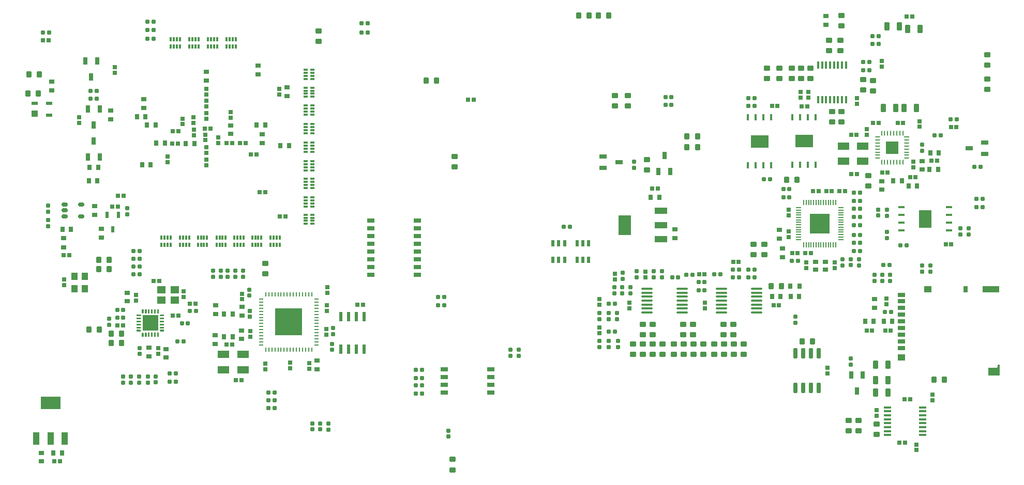
<source format=gbp>
G04*
G04 #@! TF.GenerationSoftware,Altium Limited,Altium Designer,24.10.1 (45)*
G04*
G04 Layer_Color=128*
%FSLAX44Y44*%
%MOMM*%
G71*
G04*
G04 #@! TF.SameCoordinates,ABE7D74E-C01C-4B96-B217-1A688C40366F*
G04*
G04*
G04 #@! TF.FilePolarity,Positive*
G04*
G01*
G75*
G04:AMPARAMS|DCode=40|XSize=1mm|YSize=0.9mm|CornerRadius=0.1125mm|HoleSize=0mm|Usage=FLASHONLY|Rotation=270.000|XOffset=0mm|YOffset=0mm|HoleType=Round|Shape=RoundedRectangle|*
%AMROUNDEDRECTD40*
21,1,1.0000,0.6750,0,0,270.0*
21,1,0.7750,0.9000,0,0,270.0*
1,1,0.2250,-0.3375,-0.3875*
1,1,0.2250,-0.3375,0.3875*
1,1,0.2250,0.3375,0.3875*
1,1,0.2250,0.3375,-0.3875*
%
%ADD40ROUNDEDRECTD40*%
%ADD43R,0.7500X0.9500*%
%ADD46R,0.9500X0.7500*%
%ADD47R,0.6400X0.6400*%
G04:AMPARAMS|DCode=48|XSize=0.6mm|YSize=0.6mm|CornerRadius=0.06mm|HoleSize=0mm|Usage=FLASHONLY|Rotation=270.000|XOffset=0mm|YOffset=0mm|HoleType=Round|Shape=RoundedRectangle|*
%AMROUNDEDRECTD48*
21,1,0.6000,0.4800,0,0,270.0*
21,1,0.4800,0.6000,0,0,270.0*
1,1,0.1200,-0.2400,-0.2400*
1,1,0.1200,-0.2400,0.2400*
1,1,0.1200,0.2400,0.2400*
1,1,0.1200,0.2400,-0.2400*
%
%ADD48ROUNDEDRECTD48*%
%ADD51R,0.6000X1.5500*%
%ADD59R,0.6400X0.6400*%
G04:AMPARAMS|DCode=68|XSize=0.6mm|YSize=0.6mm|CornerRadius=0.06mm|HoleSize=0mm|Usage=FLASHONLY|Rotation=180.000|XOffset=0mm|YOffset=0mm|HoleType=Round|Shape=RoundedRectangle|*
%AMROUNDEDRECTD68*
21,1,0.6000,0.4800,0,0,180.0*
21,1,0.4800,0.6000,0,0,180.0*
1,1,0.1200,-0.2400,0.2400*
1,1,0.1200,0.2400,0.2400*
1,1,0.1200,0.2400,-0.2400*
1,1,0.1200,-0.2400,-0.2400*
%
%ADD68ROUNDEDRECTD68*%
%ADD175R,1.0000X1.0000*%
%ADD176R,1.0000X0.6000*%
%ADD177R,1.2700X0.7600*%
%ADD178R,0.6500X1.2000*%
G04:AMPARAMS|DCode=179|XSize=1mm|YSize=0.9mm|CornerRadius=0.1125mm|HoleSize=0mm|Usage=FLASHONLY|Rotation=0.000|XOffset=0mm|YOffset=0mm|HoleType=Round|Shape=RoundedRectangle|*
%AMROUNDEDRECTD179*
21,1,1.0000,0.6750,0,0,0.0*
21,1,0.7750,0.9000,0,0,0.0*
1,1,0.2250,0.3875,-0.3375*
1,1,0.2250,-0.3875,-0.3375*
1,1,0.2250,-0.3875,0.3375*
1,1,0.2250,0.3875,0.3375*
%
%ADD179ROUNDEDRECTD179*%
G04:AMPARAMS|DCode=180|XSize=1.0611mm|YSize=0.3925mm|CornerRadius=0.1962mm|HoleSize=0mm|Usage=FLASHONLY|Rotation=0.000|XOffset=0mm|YOffset=0mm|HoleType=Round|Shape=RoundedRectangle|*
%AMROUNDEDRECTD180*
21,1,1.0611,0.0000,0,0,0.0*
21,1,0.6686,0.3925,0,0,0.0*
1,1,0.3925,0.3343,0.0000*
1,1,0.3925,-0.3343,0.0000*
1,1,0.3925,-0.3343,0.0000*
1,1,0.3925,0.3343,0.0000*
%
%ADD180ROUNDEDRECTD180*%
%ADD181R,1.0611X0.3925*%
%ADD183R,0.3000X0.6500*%
%ADD184R,1.1000X1.3000*%
%ADD185R,0.6500X0.3000*%
%ADD186R,1.4000X1.2000*%
%ADD187R,1.9000X1.2000*%
%ADD188R,1.2000X0.6500*%
%ADD189O,0.2500X0.7500*%
%ADD190O,0.7500X0.2500*%
%ADD191R,4.5000X4.5000*%
%ADD192R,0.6400X0.9200*%
%ADD193C,0.2520*%
%ADD194R,2.5000X2.5000*%
G04:AMPARAMS|DCode=195|XSize=0.4mm|YSize=1.2mm|CornerRadius=0.05mm|HoleSize=0mm|Usage=FLASHONLY|Rotation=90.000|XOffset=0mm|YOffset=0mm|HoleType=Round|Shape=RoundedRectangle|*
%AMROUNDEDRECTD195*
21,1,0.4000,1.1000,0,0,90.0*
21,1,0.3000,1.2000,0,0,90.0*
1,1,0.1000,0.5500,0.1500*
1,1,0.1000,0.5500,-0.1500*
1,1,0.1000,-0.5500,-0.1500*
1,1,0.1000,-0.5500,0.1500*
%
%ADD195ROUNDEDRECTD195*%
G04:AMPARAMS|DCode=196|XSize=1.3mm|YSize=0.8mm|CornerRadius=0.1mm|HoleSize=0mm|Usage=FLASHONLY|Rotation=90.000|XOffset=0mm|YOffset=0mm|HoleType=Round|Shape=RoundedRectangle|*
%AMROUNDEDRECTD196*
21,1,1.3000,0.6000,0,0,90.0*
21,1,1.1000,0.8000,0,0,90.0*
1,1,0.2000,0.3000,0.5500*
1,1,0.2000,0.3000,-0.5500*
1,1,0.2000,-0.3000,-0.5500*
1,1,0.2000,-0.3000,0.5500*
%
%ADD196ROUNDEDRECTD196*%
%ADD197R,0.6000X1.0000*%
G04:AMPARAMS|DCode=198|XSize=1.05mm|YSize=0.6mm|CornerRadius=0.15mm|HoleSize=0mm|Usage=FLASHONLY|Rotation=180.000|XOffset=0mm|YOffset=0mm|HoleType=Round|Shape=RoundedRectangle|*
%AMROUNDEDRECTD198*
21,1,1.0500,0.3000,0,0,180.0*
21,1,0.7500,0.6000,0,0,180.0*
1,1,0.3000,-0.3750,0.1500*
1,1,0.3000,0.3750,0.1500*
1,1,0.3000,0.3750,-0.1500*
1,1,0.3000,-0.3750,-0.1500*
%
%ADD198ROUNDEDRECTD198*%
%ADD199O,2.0000X0.3500*%
G04:AMPARAMS|DCode=200|XSize=0.4mm|YSize=1.2mm|CornerRadius=0.05mm|HoleSize=0mm|Usage=FLASHONLY|Rotation=180.000|XOffset=0mm|YOffset=0mm|HoleType=Round|Shape=RoundedRectangle|*
%AMROUNDEDRECTD200*
21,1,0.4000,1.1000,0,0,180.0*
21,1,0.3000,1.2000,0,0,180.0*
1,1,0.1000,-0.1500,0.5500*
1,1,0.1000,0.1500,0.5500*
1,1,0.1000,0.1500,-0.5500*
1,1,0.1000,-0.1500,-0.5500*
%
%ADD200ROUNDEDRECTD200*%
G04:AMPARAMS|DCode=201|XSize=0.8078mm|YSize=0.2393mm|CornerRadius=0.1196mm|HoleSize=0mm|Usage=FLASHONLY|Rotation=180.000|XOffset=0mm|YOffset=0mm|HoleType=Round|Shape=RoundedRectangle|*
%AMROUNDEDRECTD201*
21,1,0.8078,0.0000,0,0,180.0*
21,1,0.5686,0.2393,0,0,180.0*
1,1,0.2393,-0.2843,0.0000*
1,1,0.2393,0.2843,0.0000*
1,1,0.2393,0.2843,0.0000*
1,1,0.2393,-0.2843,0.0000*
%
%ADD201ROUNDEDRECTD201*%
G04:AMPARAMS|DCode=202|XSize=0.2393mm|YSize=0.8078mm|CornerRadius=0.1196mm|HoleSize=0mm|Usage=FLASHONLY|Rotation=180.000|XOffset=0mm|YOffset=0mm|HoleType=Round|Shape=RoundedRectangle|*
%AMROUNDEDRECTD202*
21,1,0.2393,0.5686,0,0,180.0*
21,1,0.0000,0.8078,0,0,180.0*
1,1,0.2393,0.0000,0.2843*
1,1,0.2393,0.0000,0.2843*
1,1,0.2393,0.0000,-0.2843*
1,1,0.2393,0.0000,-0.2843*
%
%ADD202ROUNDEDRECTD202*%
G04:AMPARAMS|DCode=205|XSize=1.0611mm|YSize=0.3925mm|CornerRadius=0.1962mm|HoleSize=0mm|Usage=FLASHONLY|Rotation=90.000|XOffset=0mm|YOffset=0mm|HoleType=Round|Shape=RoundedRectangle|*
%AMROUNDEDRECTD205*
21,1,1.0611,0.0000,0,0,90.0*
21,1,0.6686,0.3925,0,0,90.0*
1,1,0.3925,0.0000,0.3343*
1,1,0.3925,0.0000,-0.3343*
1,1,0.3925,0.0000,-0.3343*
1,1,0.3925,0.0000,0.3343*
%
%ADD205ROUNDEDRECTD205*%
%ADD206R,2.8000X1.0000*%
%ADD207R,0.8000X1.0000*%
%ADD208R,1.2000X1.0000*%
%ADD209R,3.2000X3.2000*%
%ADD210R,0.2000X0.8500*%
%ADD211R,0.9500X0.8000*%
%ADD212C,1.1447*%
%ADD213R,1.2000X0.7000*%
%ADD214R,2.1500X1.0000*%
G04:AMPARAMS|DCode=215|XSize=0.65mm|YSize=1.65mm|CornerRadius=0.0488mm|HoleSize=0mm|Usage=FLASHONLY|Rotation=0.000|XOffset=0mm|YOffset=0mm|HoleType=Round|Shape=RoundedRectangle|*
%AMROUNDEDRECTD215*
21,1,0.6500,1.5525,0,0,0.0*
21,1,0.5525,1.6500,0,0,0.0*
1,1,0.0975,0.2763,-0.7763*
1,1,0.0975,-0.2763,-0.7763*
1,1,0.0975,-0.2763,0.7763*
1,1,0.0975,0.2763,0.7763*
%
%ADD215ROUNDEDRECTD215*%
%ADD216R,1.0000X2.1500*%
%ADD217R,2.1500X3.2500*%
%ADD218R,0.3925X1.0611*%
%ADD219R,0.8078X0.2393*%
%ADD220R,0.8500X0.2000*%
%ADD221R,3.2500X2.1500*%
%ADD222R,0.9200X0.6400*%
%ADD254R,2.0724X2.9724*%
%ADD255R,2.9724X2.0724*%
%ADD256R,2.0239X2.0239*%
G36*
X17488Y-430967D02*
X17882Y-431361D01*
X18095Y-431875D01*
Y-432154D01*
Y-432432D01*
X17882Y-432947D01*
X17488Y-433340D01*
X16974Y-433554D01*
X11195D01*
Y-430754D01*
X16974D01*
X17488Y-430967D01*
D02*
G37*
G36*
X16695Y-425754D02*
X16974D01*
X17488Y-425967D01*
X17882Y-426361D01*
X18095Y-426875D01*
Y-427154D01*
Y-427432D01*
X17882Y-427947D01*
X17488Y-428340D01*
X16974Y-428554D01*
X11195D01*
Y-425754D01*
X16695D01*
Y-425754D01*
D02*
G37*
G36*
X17488Y-420967D02*
X17882Y-421360D01*
X18095Y-421875D01*
Y-422154D01*
Y-422432D01*
X17882Y-422947D01*
X17488Y-423340D01*
X16974Y-423554D01*
X11195D01*
Y-420754D01*
X16974D01*
X17488Y-420967D01*
D02*
G37*
G36*
X21763Y-435242D02*
X22157Y-435635D01*
X22370Y-436150D01*
Y-436428D01*
Y-441928D01*
X19570D01*
Y-436428D01*
Y-436150D01*
X19783Y-435635D01*
X20177Y-435242D01*
X20691Y-435028D01*
X21249D01*
X21763Y-435242D01*
D02*
G37*
G36*
X26763D02*
X27157Y-435635D01*
X27370Y-436150D01*
Y-436428D01*
X27370Y-441928D01*
X24570D01*
Y-436428D01*
Y-436150D01*
X24783Y-435635D01*
X25177Y-435242D01*
X25691Y-435028D01*
X26249D01*
X26763Y-435242D01*
D02*
G37*
G36*
X31763D02*
X32157Y-435635D01*
X32370Y-436150D01*
Y-436428D01*
Y-441928D01*
X29570D01*
Y-436428D01*
Y-436150D01*
X29783Y-435635D01*
X30177Y-435242D01*
X30691Y-435028D01*
X31249D01*
X31763Y-435242D01*
D02*
G37*
G36*
X17488Y-415967D02*
X17882Y-416361D01*
X18095Y-416875D01*
Y-417154D01*
Y-417432D01*
X17882Y-417947D01*
X17488Y-418340D01*
X16974Y-418554D01*
X11195D01*
Y-415754D01*
X16974D01*
X17488Y-415967D01*
D02*
G37*
G36*
Y-410967D02*
X17882Y-411360D01*
X18095Y-411875D01*
Y-412154D01*
Y-412432D01*
X17882Y-412947D01*
X17488Y-413340D01*
X16974Y-413554D01*
X16695D01*
X11195Y-413554D01*
Y-410754D01*
X16974D01*
X17488Y-410967D01*
D02*
G37*
G36*
Y-405967D02*
X17882Y-406361D01*
X18095Y-406875D01*
Y-407154D01*
Y-407432D01*
X17882Y-407947D01*
X17488Y-408340D01*
X16974Y-408554D01*
X11195D01*
Y-405754D01*
X16974D01*
X17488Y-405967D01*
D02*
G37*
G36*
X22370Y-402878D02*
Y-403157D01*
X22157Y-403671D01*
X21763Y-404065D01*
X21249Y-404278D01*
X20691D01*
X20177Y-404065D01*
X19783Y-403671D01*
X19570Y-403157D01*
Y-402878D01*
Y-397379D01*
X22370D01*
Y-402878D01*
D02*
G37*
G36*
X27370D02*
X27370D01*
Y-403157D01*
X27157Y-403671D01*
X26763Y-404065D01*
X26249Y-404278D01*
X25691D01*
X25177Y-404065D01*
X24783Y-403671D01*
X24570Y-403157D01*
Y-402878D01*
Y-397379D01*
X27370D01*
Y-402878D01*
D02*
G37*
G36*
X32370D02*
Y-403157D01*
X32157Y-403671D01*
X31763Y-404065D01*
X31249Y-404278D01*
X30691D01*
X30177Y-404065D01*
X29783Y-403671D01*
X29570Y-403157D01*
Y-402878D01*
Y-397379D01*
X32370D01*
Y-402878D01*
D02*
G37*
G36*
X47370D02*
Y-403157D01*
X47157Y-403671D01*
X46763Y-404065D01*
X46248Y-404278D01*
X45691D01*
X45177Y-404065D01*
X44783Y-403671D01*
X44570Y-403157D01*
Y-402878D01*
Y-397379D01*
X47370D01*
Y-402878D01*
D02*
G37*
G36*
X42370D02*
Y-403157D01*
X42157Y-403671D01*
X41763Y-404065D01*
X41248Y-404278D01*
X40691D01*
X40177Y-404065D01*
X39783Y-403671D01*
X39570Y-403157D01*
Y-402878D01*
X39570Y-397379D01*
X42370D01*
Y-402878D01*
D02*
G37*
G36*
X37370D02*
Y-403157D01*
X37157Y-403671D01*
X36763Y-404065D01*
X36249Y-404278D01*
X35691D01*
X35177Y-404065D01*
X34783Y-403671D01*
X34570Y-403157D01*
Y-402878D01*
Y-397379D01*
X37370D01*
Y-402878D01*
D02*
G37*
G36*
X55745Y-408554D02*
X49967D01*
X49452Y-408340D01*
X49058Y-407947D01*
X48845Y-407432D01*
Y-407154D01*
Y-406875D01*
X49058Y-406361D01*
X49452Y-405967D01*
X49967Y-405754D01*
X55745D01*
Y-408554D01*
D02*
G37*
G36*
Y-413554D02*
X50245D01*
Y-413554D01*
X49967D01*
X49452Y-413340D01*
X49058Y-412947D01*
X48845Y-412432D01*
Y-412154D01*
Y-411875D01*
X49058Y-411360D01*
X49452Y-410967D01*
X49967Y-410754D01*
X55745D01*
Y-413554D01*
D02*
G37*
G36*
Y-418554D02*
X49967D01*
X49452Y-418340D01*
X49058Y-417947D01*
X48845Y-417432D01*
Y-417154D01*
Y-416875D01*
X49058Y-416361D01*
X49452Y-415967D01*
X49967Y-415754D01*
X55745D01*
Y-418554D01*
D02*
G37*
G36*
Y-423554D02*
X49967D01*
X49452Y-423340D01*
X49058Y-422947D01*
X48845Y-422432D01*
Y-422154D01*
Y-421875D01*
X49058Y-421360D01*
X49452Y-420967D01*
X49967Y-420754D01*
X55745D01*
Y-423554D01*
D02*
G37*
G36*
Y-428554D02*
X49967D01*
X49452Y-428340D01*
X49058Y-427947D01*
X48845Y-427432D01*
Y-427154D01*
Y-426875D01*
X49058Y-426361D01*
X49452Y-425967D01*
X49967Y-425754D01*
X50245D01*
X55745Y-425754D01*
Y-428554D01*
D02*
G37*
G36*
Y-433554D02*
X49967D01*
X49452Y-433340D01*
X49058Y-432947D01*
X48845Y-432432D01*
Y-432154D01*
Y-431875D01*
X49058Y-431361D01*
X49452Y-430967D01*
X49967Y-430754D01*
X55745D01*
Y-433554D01*
D02*
G37*
G36*
X46763Y-435242D02*
X47157Y-435635D01*
X47370Y-436150D01*
Y-436428D01*
Y-441928D01*
X44570D01*
Y-436428D01*
Y-436150D01*
X44783Y-435635D01*
X45177Y-435242D01*
X45691Y-435028D01*
X46248D01*
X46763Y-435242D01*
D02*
G37*
G36*
X41763D02*
X42157Y-435635D01*
X42370Y-436150D01*
Y-436428D01*
Y-441928D01*
X39570D01*
Y-436428D01*
X39570D01*
Y-436150D01*
X39783Y-435635D01*
X40177Y-435242D01*
X40691Y-435028D01*
X41248D01*
X41763Y-435242D01*
D02*
G37*
G36*
X36763D02*
X37157Y-435635D01*
X37370Y-436150D01*
Y-436428D01*
Y-441928D01*
X34570D01*
Y-436428D01*
Y-436150D01*
X34783Y-435635D01*
X35177Y-435242D01*
X35691Y-435028D01*
X36249D01*
X36763Y-435242D01*
D02*
G37*
G36*
X1423950Y-506074D02*
X1404950D01*
Y-493074D01*
X1418950D01*
X1420450Y-491574D01*
Y-487574D01*
X1423950D01*
Y-506074D01*
D02*
G37*
D40*
X502276Y-22098D02*
D03*
X485276D02*
D03*
X-50664Y-315722D02*
D03*
X-33664D02*
D03*
X-33918Y-331216D02*
D03*
X-50918D02*
D03*
X-13820Y-452660D02*
D03*
X-30820D02*
D03*
X-66920Y-430530D02*
D03*
X-49920D02*
D03*
X752100Y84580D02*
D03*
X735100D02*
D03*
X784100D02*
D03*
X767100D02*
D03*
X912100Y-113420D02*
D03*
X929100D02*
D03*
X912100Y-131420D02*
D03*
X929100D02*
D03*
X1333100Y-512420D02*
D03*
X-30820Y-437420D02*
D03*
X-148440Y-11970D02*
D03*
X-149710Y-43720D02*
D03*
X-13820Y-437420D02*
D03*
X1091880Y-185020D02*
D03*
X1074880D02*
D03*
X1316100Y-512420D02*
D03*
X1066660Y-359656D02*
D03*
X1049660D02*
D03*
X1117460Y-449560D02*
D03*
X1100460D02*
D03*
X-165440Y-11970D02*
D03*
X-166710Y-43720D02*
D03*
D43*
X246238Y-129032D02*
D03*
X260238D02*
D03*
X207411Y-95000D02*
D03*
X221411D02*
D03*
X28000Y-95000D02*
D03*
X42000D02*
D03*
X105376Y-125433D02*
D03*
X91376D02*
D03*
X20000Y-160000D02*
D03*
X34000D02*
D03*
X-67086Y-186690D02*
D03*
X-53086D02*
D03*
X57000Y-125000D02*
D03*
X43000D02*
D03*
X-96636Y-266236D02*
D03*
X1065245Y-375924D02*
D03*
X1310240Y-140950D02*
D03*
X11542Y-81788D02*
D03*
X1288680Y-194660D02*
D03*
X1095640Y-375924D02*
D03*
X1234040Y-416540D02*
D03*
X1203560D02*
D03*
X866600Y-213420D02*
D03*
X-52150Y-164814D02*
D03*
X-111420Y-632450D02*
D03*
X1324240Y-140950D02*
D03*
X1274680Y-194660D02*
D03*
X852600Y-213420D02*
D03*
X25542Y-81788D02*
D03*
X1217560Y-416540D02*
D03*
X1248040D02*
D03*
X-125420Y-632450D02*
D03*
X1081640Y-375924D02*
D03*
X1051245Y-375924D02*
D03*
X-110636Y-266236D02*
D03*
X-66150Y-164814D02*
D03*
D46*
X257556Y-33640D02*
D03*
Y-47640D02*
D03*
X182880Y-431770D02*
D03*
Y-445770D02*
D03*
X165085Y-95605D02*
D03*
Y-109605D02*
D03*
X125000Y-22000D02*
D03*
Y-8000D02*
D03*
X-31210Y-71454D02*
D03*
Y-85454D02*
D03*
X140590Y-404730D02*
D03*
Y-390730D02*
D03*
X139700Y-440040D02*
D03*
Y-454040D02*
D03*
X183770Y-407270D02*
D03*
Y-393270D02*
D03*
X-4083Y-384021D02*
D03*
Y-370022D02*
D03*
X-57916Y-228184D02*
D03*
X-46482Y-279542D02*
D03*
X1139440Y69220D02*
D03*
X1296920Y-154270D02*
D03*
X216440Y-110380D02*
D03*
X1230880Y-201290D02*
D03*
X1219450Y-380842D02*
D03*
X22759Y-67034D02*
D03*
X1063240Y-281300D02*
D03*
X1068320Y-311780D02*
D03*
X892600Y-266420D02*
D03*
X31020Y-474250D02*
D03*
X210000Y2000D02*
D03*
X59436Y-476138D02*
D03*
X-127730Y-24020D02*
D03*
X306610Y-495220D02*
D03*
X-145000Y-646500D02*
D03*
X1219450Y-394842D02*
D03*
X1296920Y-168270D02*
D03*
X216440Y-124380D02*
D03*
X1230880Y-187290D02*
D03*
X210000Y-12000D02*
D03*
X892600Y-280420D02*
D03*
X1063240Y-267300D02*
D03*
X22759Y-53034D02*
D03*
X-46482Y-265542D02*
D03*
X1068320Y-297780D02*
D03*
X1139440Y83220D02*
D03*
X-145000Y-632500D02*
D03*
X-57916Y-242184D02*
D03*
X306610Y-481220D02*
D03*
X31020Y-460250D02*
D03*
X59436Y-462138D02*
D03*
X-127730Y-38020D02*
D03*
D47*
X38580Y-350520D02*
D03*
X47780D02*
D03*
X167662Y-124948D02*
D03*
X158462D02*
D03*
X254600Y-245000D02*
D03*
X245400D02*
D03*
X-19870Y-211261D02*
D03*
X-10670D02*
D03*
X70400Y-105000D02*
D03*
X79600D02*
D03*
X182940Y-513620D02*
D03*
X173740D02*
D03*
X167160Y-454660D02*
D03*
X157960D02*
D03*
X381410Y-390110D02*
D03*
X372210D02*
D03*
X70330Y-407670D02*
D03*
X79530D02*
D03*
X97883Y-388246D02*
D03*
X107083D02*
D03*
X-11168Y-423947D02*
D03*
X-20368D02*
D03*
X1225685Y-91830D02*
D03*
X1216485D02*
D03*
X-28988Y-229021D02*
D03*
X-19788Y-229021D02*
D03*
X132217Y-100630D02*
D03*
X123017D02*
D03*
X1062760Y-390273D02*
D03*
X1271400Y82580D02*
D03*
X1353200Y-98420D02*
D03*
X1256760Y-91420D02*
D03*
X1099760Y-64282D02*
D03*
X1312160Y-153650D02*
D03*
X1286280Y-180312D02*
D03*
X1189760Y-111232D02*
D03*
X1240560Y-172700D02*
D03*
X1181040Y-175527D02*
D03*
X1060220Y-63480D02*
D03*
X189600Y-125000D02*
D03*
X1170443Y-203180D02*
D03*
X1335500Y-290810D02*
D03*
X1139920Y-203180D02*
D03*
X1118574D02*
D03*
X1105630Y-304780D02*
D03*
X1236440Y-431780D02*
D03*
X1205960D02*
D03*
X864200Y-199420D02*
D03*
X1084040Y-304780D02*
D03*
X-99036Y-308524D02*
D03*
X553922Y-53551D02*
D03*
X78607Y-125232D02*
D03*
X207499Y-143255D02*
D03*
X212570Y-205486D02*
D03*
X-132830Y43860D02*
D03*
X-114440Y-646420D02*
D03*
X-142030Y43860D02*
D03*
X1231360Y-172700D02*
D03*
X1321360Y-153650D02*
D03*
X1265960Y-91420D02*
D03*
X1344000Y-98420D02*
D03*
X1280600Y82580D02*
D03*
X855000Y-199420D02*
D03*
X1051020Y-63480D02*
D03*
X1277080Y-180312D02*
D03*
X198299Y-143255D02*
D03*
X931640Y-339718D02*
D03*
X69407Y-125232D02*
D03*
X221770Y-205486D02*
D03*
X180400Y-125000D02*
D03*
X563122Y-53551D02*
D03*
X1215160Y-431780D02*
D03*
X1127774Y-203180D02*
D03*
X1108960Y-64282D02*
D03*
X1161243Y-203180D02*
D03*
X1093240Y-304780D02*
D03*
X1245640Y-431780D02*
D03*
X1344700Y-290810D02*
D03*
X987520Y-319047D02*
D03*
X996720D02*
D03*
X940840Y-339718D02*
D03*
X1114830Y-304780D02*
D03*
X1149120Y-203180D02*
D03*
X-123640Y-646420D02*
D03*
X1180560Y-111232D02*
D03*
X1268000Y-544420D02*
D03*
X1277200D02*
D03*
X1260000Y-615420D02*
D03*
X1269200D02*
D03*
X1053560Y-390273D02*
D03*
X-108236Y-308524D02*
D03*
X1190240Y-175527D02*
D03*
D48*
X876682Y-62464D02*
D03*
X886682D02*
D03*
X477948Y-509778D02*
D03*
X467948D02*
D03*
X-64182Y-39624D02*
D03*
X-54182D02*
D03*
X-64150Y-51784D02*
D03*
X-54150D02*
D03*
X389334Y71406D02*
D03*
X379334D02*
D03*
X389334Y56166D02*
D03*
X379334D02*
D03*
X15700Y-301530D02*
D03*
X5700D02*
D03*
X15700Y-326930D02*
D03*
X5700D02*
D03*
X15700Y-339630D02*
D03*
X5700D02*
D03*
X15700Y-314230D02*
D03*
X5700D02*
D03*
X-10768Y-411213D02*
D03*
X-20767D02*
D03*
X-10768Y-397925D02*
D03*
X-20767D02*
D03*
X97870Y-400050D02*
D03*
X107870D02*
D03*
X478456Y-496824D02*
D03*
X468456D02*
D03*
X65310Y-515922D02*
D03*
X75310D02*
D03*
X477980Y-535130D02*
D03*
X467980D02*
D03*
X477980Y-522130D02*
D03*
X467980D02*
D03*
X65310Y-502633D02*
D03*
X75310D02*
D03*
X1317600Y-112420D02*
D03*
X1327600D02*
D03*
X1385600Y-229420D02*
D03*
X1395600D02*
D03*
X38560Y46450D02*
D03*
X28560D02*
D03*
X876682Y-49176D02*
D03*
X886682D02*
D03*
X930765Y-352452D02*
D03*
X910920Y-340340D02*
D03*
X1022520Y-345069D02*
D03*
Y-331781D02*
D03*
X1225720Y37531D02*
D03*
X1353600Y-85420D02*
D03*
X-132430Y56860D02*
D03*
X1395600Y-216420D02*
D03*
X1385600D02*
D03*
X1392600Y-163420D02*
D03*
X1382600D02*
D03*
X95000Y-420000D02*
D03*
X85000D02*
D03*
X38551Y74340D02*
D03*
X28551Y74340D02*
D03*
X28560Y60420D02*
D03*
X38560D02*
D03*
X720264Y-261620D02*
D03*
X710264D02*
D03*
X236680Y-559340D02*
D03*
X226680D02*
D03*
X236680Y-546640D02*
D03*
X226680D02*
D03*
X236680Y-533940D02*
D03*
X226680D02*
D03*
X1243500Y-324385D02*
D03*
X1233500D02*
D03*
X1246040Y-401300D02*
D03*
X1236040D02*
D03*
X1343600Y-85420D02*
D03*
X920920Y-340340D02*
D03*
X1195240Y-219195D02*
D03*
X1185240D02*
D03*
X1271440Y-292054D02*
D03*
X1195240Y-288363D02*
D03*
X1037920Y-184114D02*
D03*
X1012520Y-50780D02*
D03*
Y-64186D02*
D03*
X504875Y-390355D02*
D03*
X1083640Y-317514D02*
D03*
X783920Y-433610D02*
D03*
X987120Y-331781D02*
D03*
X783920Y-387890D02*
D03*
X1195240Y-301651D02*
D03*
X1012520Y-331781D02*
D03*
X956640Y-340069D02*
D03*
X1261440Y-292054D02*
D03*
X1093640Y-317514D02*
D03*
X514725Y-377165D02*
D03*
X504725D02*
D03*
X514875Y-390355D02*
D03*
X1069670Y-200051D02*
D03*
X1079670D02*
D03*
X1195240Y-205906D02*
D03*
X1185240D02*
D03*
X1069750Y-213340D02*
D03*
X1079750D02*
D03*
X1195240Y-232483D02*
D03*
X1185240D02*
D03*
X1195160Y-245772D02*
D03*
X1185160D02*
D03*
X1022520Y-64186D02*
D03*
X1195160Y-259060D02*
D03*
X1185160D02*
D03*
X1195240Y-275075D02*
D03*
X1185240D02*
D03*
X1022520Y-50780D02*
D03*
X1185240Y-288363D02*
D03*
X1047920Y-184114D02*
D03*
X1185240Y-301651D02*
D03*
X1225720Y50820D02*
D03*
X1215720D02*
D03*
Y37531D02*
D03*
X1200480Y-5060D02*
D03*
X1210480D02*
D03*
X1200480Y8228D02*
D03*
X1210480D02*
D03*
X997120Y-331781D02*
D03*
X987200Y-345069D02*
D03*
X997200D02*
D03*
X1012520D02*
D03*
X966640Y-340069D02*
D03*
X897631Y-344948D02*
D03*
X887631D02*
D03*
X930765Y-365740D02*
D03*
X940765D02*
D03*
Y-352452D02*
D03*
X793920Y-433610D02*
D03*
Y-387890D02*
D03*
X78090Y-450120D02*
D03*
X88090D02*
D03*
X-142430Y56860D02*
D03*
D51*
X345060Y-408830D02*
D03*
X370460D02*
D03*
X383160D02*
D03*
X357760D02*
D03*
X345060Y-462830D02*
D03*
X357760D02*
D03*
X370460D02*
D03*
X383160D02*
D03*
D59*
X87937Y-368103D02*
D03*
Y-377303D02*
D03*
X61597Y-146642D02*
D03*
Y-155842D02*
D03*
X-25000Y-400D02*
D03*
Y-9600D02*
D03*
X104524Y-102930D02*
D03*
Y-112130D02*
D03*
X-83280Y-82744D02*
D03*
Y-91944D02*
D03*
X196850Y-441960D02*
D03*
Y-432760D02*
D03*
X183642Y-380774D02*
D03*
Y-371574D02*
D03*
X196210Y-409170D02*
D03*
Y-399970D02*
D03*
X322860Y-370300D02*
D03*
Y-361100D02*
D03*
X321210Y-429370D02*
D03*
Y-438570D02*
D03*
X322210Y-399570D02*
D03*
Y-390370D02*
D03*
X10265Y-383268D02*
D03*
Y-374068D02*
D03*
X-107442Y-357152D02*
D03*
Y-347952D02*
D03*
X1222600Y-562820D02*
D03*
Y-572020D02*
D03*
X1292600Y-88820D02*
D03*
Y-98020D02*
D03*
X1206325Y-111281D02*
D03*
Y-102081D02*
D03*
X125000Y-84600D02*
D03*
Y-75400D02*
D03*
X123572Y-120007D02*
D03*
Y-110807D02*
D03*
X124965Y-131674D02*
D03*
Y-140874D02*
D03*
X817924Y-395820D02*
D03*
X941320Y-395740D02*
D03*
X1230880Y9700D02*
D03*
X1190240Y-51260D02*
D03*
X1110251Y-41100D02*
D03*
X1098073D02*
D03*
X1282950Y-155400D02*
D03*
X104262Y-91885D02*
D03*
X85799Y-93750D02*
D03*
X244516Y-44742D02*
D03*
X145000Y-115400D02*
D03*
X1238500Y-379644D02*
D03*
X1154187Y-320500D02*
D03*
X1106970Y-329700D02*
D03*
X1313600Y-536820D02*
D03*
X1287600Y-628020D02*
D03*
X1141980Y-502420D02*
D03*
X1078480Y-243340D02*
D03*
X165066Y-83485D02*
D03*
X1078480Y-278900D02*
D03*
X125000Y-45000D02*
D03*
Y-55000D02*
D03*
X124858Y-161252D02*
D03*
X46260Y-469960D02*
D03*
X221520Y-495360D02*
D03*
X262160Y-494090D02*
D03*
X293910Y-494570D02*
D03*
X1238500Y-388844D02*
D03*
X1282950Y-164600D02*
D03*
X1230880Y500D02*
D03*
X221520Y-486160D02*
D03*
X262160Y-484890D02*
D03*
X768600Y-436225D02*
D03*
X244516Y-35542D02*
D03*
X85799Y-84550D02*
D03*
X165066Y-74285D02*
D03*
X768600Y-389476D02*
D03*
X844178Y-344940D02*
D03*
X104262Y-82685D02*
D03*
X145000Y-124600D02*
D03*
X794000Y-338834D02*
D03*
X293910Y-485370D02*
D03*
X124858Y-152052D02*
D03*
X125000Y-35800D02*
D03*
Y-64200D02*
D03*
X1141980Y-493220D02*
D03*
X1078480Y-269700D02*
D03*
Y-234140D02*
D03*
X768600Y-427024D02*
D03*
X844178Y-335740D02*
D03*
X768600Y-380276D02*
D03*
X794000Y-348035D02*
D03*
X1154187Y-329700D02*
D03*
X1106970Y-320500D02*
D03*
X1098073Y-50300D02*
D03*
X1110251D02*
D03*
X1190240Y-60460D02*
D03*
X1313600Y-546020D02*
D03*
X1287600Y-618820D02*
D03*
X817924Y-386620D02*
D03*
X941320Y-386540D02*
D03*
X46260Y-460760D02*
D03*
D68*
X311750Y-594110D02*
D03*
Y-584110D02*
D03*
X160020Y-334170D02*
D03*
Y-344170D02*
D03*
X332400Y-428075D02*
D03*
Y-438075D02*
D03*
X195834Y-364824D02*
D03*
Y-374824D02*
D03*
X331090Y-463690D02*
D03*
Y-453690D02*
D03*
X-34056Y-412440D02*
D03*
Y-422440D02*
D03*
X1833Y-517345D02*
D03*
Y-507345D02*
D03*
X-11455Y-517265D02*
D03*
Y-507265D02*
D03*
X29185Y-517345D02*
D03*
Y-507345D02*
D03*
X15122Y-517265D02*
D03*
Y-507265D02*
D03*
X42418Y-517064D02*
D03*
Y-507064D02*
D03*
X825754Y-165274D02*
D03*
Y-155274D02*
D03*
X-4708Y-231270D02*
D03*
Y-241270D02*
D03*
X-133916Y-261104D02*
D03*
X783840Y-458930D02*
D03*
X768600D02*
D03*
X783840Y-413210D02*
D03*
X768600Y-413130D02*
D03*
X806112Y-370740D02*
D03*
X792823D02*
D03*
X870788Y-344948D02*
D03*
X829560D02*
D03*
X1296920Y-137060D02*
D03*
X1180080Y-477580D02*
D03*
X325038Y-584255D02*
D03*
Y-594255D02*
D03*
X298461Y-584110D02*
D03*
Y-594110D02*
D03*
X636600Y-463420D02*
D03*
Y-473420D02*
D03*
X622600Y-463420D02*
D03*
Y-473420D02*
D03*
X135890Y-344170D02*
D03*
Y-334170D02*
D03*
X148590Y-344170D02*
D03*
Y-334170D02*
D03*
X185420Y-344090D02*
D03*
Y-334090D02*
D03*
X172720Y-344090D02*
D03*
Y-334090D02*
D03*
X1219450Y-340420D02*
D03*
Y-350420D02*
D03*
X1232150Y-340420D02*
D03*
Y-350420D02*
D03*
X1244850Y-340420D02*
D03*
Y-350420D02*
D03*
X1296920Y-325180D02*
D03*
Y-335180D02*
D03*
X1310890Y-335260D02*
D03*
Y-325260D02*
D03*
X1296920Y-127060D02*
D03*
X1239786Y-270157D02*
D03*
Y-280157D02*
D03*
X768600Y-448930D02*
D03*
X1239770Y-233740D02*
D03*
X768600Y-403130D02*
D03*
X857500Y-344948D02*
D03*
X521208Y-595964D02*
D03*
X1089914Y-419274D02*
D03*
X806733Y-337452D02*
D03*
X1359714Y-274220D02*
D03*
X1225235Y-233655D02*
D03*
X1166921Y-325100D02*
D03*
X829560Y-334948D02*
D03*
X1373120Y-274220D02*
D03*
X1193498Y-325100D02*
D03*
X792823Y-360740D02*
D03*
X1180209Y-324940D02*
D03*
X-133916Y-251104D02*
D03*
X1180080Y-487580D02*
D03*
X1089914Y-409274D02*
D03*
X521208Y-605964D02*
D03*
X1225235Y-243655D02*
D03*
X1239770Y-243740D02*
D03*
X1373120Y-264220D02*
D03*
X1359714D02*
D03*
X1166921Y-315100D02*
D03*
X1193498D02*
D03*
X1180209Y-314940D02*
D03*
X870788Y-334948D02*
D03*
X857500D02*
D03*
X819400Y-360740D02*
D03*
Y-370740D02*
D03*
X806733Y-347452D02*
D03*
X783840Y-403210D02*
D03*
X806112Y-360740D02*
D03*
X797129Y-413210D02*
D03*
Y-403210D02*
D03*
X783840Y-448930D02*
D03*
X799080Y-458930D02*
D03*
Y-448930D02*
D03*
X-133916Y-227104D02*
D03*
Y-237104D02*
D03*
X15780Y-460440D02*
D03*
Y-470440D02*
D03*
D175*
X-156240Y-76620D02*
D03*
D176*
X-132240Y-78620D02*
D03*
Y-59620D02*
D03*
X-156240D02*
D03*
D177*
X394240Y-264700D02*
D03*
Y-328200D02*
D03*
Y-277400D02*
D03*
Y-302800D02*
D03*
Y-290100D02*
D03*
Y-315500D02*
D03*
Y-252000D02*
D03*
Y-340900D02*
D03*
X470440Y-252000D02*
D03*
Y-264700D02*
D03*
Y-277400D02*
D03*
Y-290100D02*
D03*
Y-302800D02*
D03*
Y-315500D02*
D03*
Y-328200D02*
D03*
Y-340900D02*
D03*
X590800Y-495280D02*
D03*
Y-507980D02*
D03*
Y-520680D02*
D03*
Y-533380D02*
D03*
X514600Y-507980D02*
D03*
Y-495280D02*
D03*
Y-520680D02*
D03*
Y-533380D02*
D03*
D178*
X884378Y-170942D02*
D03*
X865378D02*
D03*
X874878Y-144942D02*
D03*
X-49650Y-147334D02*
D03*
X-68650D02*
D03*
X-59150Y-121334D02*
D03*
X-68650Y-69264D02*
D03*
X-49650D02*
D03*
X-59150Y-95264D02*
D03*
X-63246Y-16302D02*
D03*
X-53746Y9698D02*
D03*
X-72746D02*
D03*
X1199740Y-505140D02*
D03*
X1180740D02*
D03*
X1190240Y-531140D02*
D03*
D179*
X846328Y-168520D02*
D03*
Y-151520D02*
D03*
X531400Y-146980D02*
D03*
Y-163980D02*
D03*
X221742Y-338954D02*
D03*
Y-321954D02*
D03*
X793600Y-63920D02*
D03*
Y-46920D02*
D03*
X815600Y-63420D02*
D03*
Y-46420D02*
D03*
X839800Y-421741D02*
D03*
X855818D02*
D03*
X905840D02*
D03*
X921859Y-421620D02*
D03*
X971800Y-421741D02*
D03*
X987819D02*
D03*
X1216419Y-21960D02*
D03*
X1164840Y67720D02*
D03*
X1163016Y43620D02*
D03*
X1144520Y44080D02*
D03*
X1083560Y-18640D02*
D03*
X1020600Y-290920D02*
D03*
Y-307920D02*
D03*
X1403600Y-19920D02*
D03*
Y-36920D02*
D03*
Y20080D02*
D03*
Y3080D02*
D03*
X1209290Y-178170D02*
D03*
Y-195170D02*
D03*
X1038600Y-290920D02*
D03*
Y-307920D02*
D03*
X890600Y-453760D02*
D03*
X956560D02*
D03*
X871837D02*
D03*
X938656D02*
D03*
X1176761Y-596490D02*
D03*
X528574Y-660264D02*
D03*
X1222600Y-601920D02*
D03*
X1192780Y-596490D02*
D03*
X309150Y58760D02*
D03*
X1004616Y-453760D02*
D03*
X839800D02*
D03*
X309150Y41760D02*
D03*
X1192780Y-579490D02*
D03*
X1042920Y-1640D02*
D03*
Y-18640D02*
D03*
X1200400Y-20689D02*
D03*
Y-37689D02*
D03*
X1216419Y-38960D02*
D03*
X1114040Y-1640D02*
D03*
Y-18640D02*
D03*
X1164840Y84720D02*
D03*
X1063240Y-18640D02*
D03*
Y-1640D02*
D03*
X1163016Y26620D02*
D03*
X1149600Y-89760D02*
D03*
Y-72760D02*
D03*
X1144520Y27080D02*
D03*
X1083560Y-1640D02*
D03*
X1164840Y-89760D02*
D03*
Y-72760D02*
D03*
X1098800Y-1640D02*
D03*
Y-18640D02*
D03*
X987819Y-438741D02*
D03*
X971800D02*
D03*
X972579Y-470760D02*
D03*
Y-453760D02*
D03*
X988597Y-470760D02*
D03*
Y-453760D02*
D03*
X956560Y-470760D02*
D03*
X1004616D02*
D03*
X1222600Y-584920D02*
D03*
X839800Y-438741D02*
D03*
X855818D02*
D03*
X921859Y-438620D02*
D03*
X905840Y-438741D02*
D03*
X839800Y-470760D02*
D03*
X855818D02*
D03*
Y-453760D02*
D03*
X922637Y-470760D02*
D03*
Y-453760D02*
D03*
X906618Y-470760D02*
D03*
Y-453760D02*
D03*
X890600Y-470760D02*
D03*
X938656D02*
D03*
X823781D02*
D03*
Y-453760D02*
D03*
X871837Y-470760D02*
D03*
X528574Y-643264D02*
D03*
X1176761Y-579490D02*
D03*
D180*
X1341255Y-267950D02*
D03*
Y-229850D02*
D03*
Y-242550D02*
D03*
Y-255250D02*
D03*
X1262745D02*
D03*
Y-242550D02*
D03*
Y-229850D02*
D03*
D181*
Y-267950D02*
D03*
D183*
X111270Y-279870D02*
D03*
X126270Y-279870D02*
D03*
X121270D02*
D03*
X116270D02*
D03*
X126270Y-291370D02*
D03*
X121270D02*
D03*
X116270D02*
D03*
X111270D02*
D03*
X66820Y33680D02*
D03*
X71820D02*
D03*
X81820D02*
D03*
X76820D02*
D03*
X81820Y45180D02*
D03*
X76820D02*
D03*
X71820Y45180D02*
D03*
X66820D02*
D03*
X230410Y-291370D02*
D03*
X235410D02*
D03*
X240410D02*
D03*
X245410D02*
D03*
X240410Y-279870D02*
D03*
X245410D02*
D03*
X230410D02*
D03*
X235410D02*
D03*
X200170Y-291370D02*
D03*
X205170D02*
D03*
X210170D02*
D03*
X215170D02*
D03*
X210170Y-279870D02*
D03*
X205170D02*
D03*
X200170D02*
D03*
X215170D02*
D03*
X170880Y-291370D02*
D03*
X175880D02*
D03*
X180880Y-291370D02*
D03*
X185880D02*
D03*
X175880Y-279870D02*
D03*
X170880Y-279870D02*
D03*
X185880Y-279870D02*
D03*
X180880D02*
D03*
X51580Y-291370D02*
D03*
X56580D02*
D03*
X61580D02*
D03*
X66580D02*
D03*
X61580Y-279870D02*
D03*
X66580D02*
D03*
X56580D02*
D03*
X51580D02*
D03*
X141750Y-291370D02*
D03*
X146750D02*
D03*
X151750Y-291370D02*
D03*
X156750Y-291370D02*
D03*
X141750Y-279870D02*
D03*
X146750D02*
D03*
X156750D02*
D03*
X151750D02*
D03*
X81820Y-291370D02*
D03*
X86820D02*
D03*
X91820D02*
D03*
X96820D02*
D03*
X96820Y-279870D02*
D03*
X81820D02*
D03*
X86820D02*
D03*
X91820D02*
D03*
X142620Y33680D02*
D03*
X137620D02*
D03*
X132620D02*
D03*
X127620D02*
D03*
X142620Y45180D02*
D03*
X137620D02*
D03*
X132620D02*
D03*
X127620D02*
D03*
X168020Y33750D02*
D03*
X163020D02*
D03*
X173020Y45250D02*
D03*
X168020D02*
D03*
X163020Y45250D02*
D03*
X158020Y45250D02*
D03*
Y33750D02*
D03*
X173020D02*
D03*
X112220Y45250D02*
D03*
X107220D02*
D03*
X102220D02*
D03*
X97220D02*
D03*
X112220Y33750D02*
D03*
X97220Y33750D02*
D03*
X102220D02*
D03*
X107220D02*
D03*
D184*
X-90546Y-342814D02*
D03*
X-74046D02*
D03*
Y-363814D02*
D03*
X-90546D02*
D03*
D185*
X299060Y-33800D02*
D03*
Y-38800D02*
D03*
Y-43800D02*
D03*
Y-48800D02*
D03*
X287490Y-257080D02*
D03*
Y-252080D02*
D03*
Y-247080D02*
D03*
Y-242080D02*
D03*
X298990Y-257080D02*
D03*
Y-252080D02*
D03*
X298990Y-247080D02*
D03*
Y-242080D02*
D03*
X287490Y-228980D02*
D03*
Y-223980D02*
D03*
Y-218980D02*
D03*
Y-213980D02*
D03*
X298990Y-228980D02*
D03*
Y-223980D02*
D03*
X298990Y-218980D02*
D03*
Y-213980D02*
D03*
X287560Y-19590D02*
D03*
Y-4590D02*
D03*
Y-9590D02*
D03*
Y-14590D02*
D03*
X299060Y-4590D02*
D03*
Y-9590D02*
D03*
Y-14590D02*
D03*
Y-19590D02*
D03*
X287560Y-33800D02*
D03*
Y-48800D02*
D03*
Y-38800D02*
D03*
Y-43800D02*
D03*
X287490Y-138890D02*
D03*
Y-133890D02*
D03*
Y-128890D02*
D03*
Y-123890D02*
D03*
X298990Y-138890D02*
D03*
Y-133890D02*
D03*
X298990Y-128890D02*
D03*
Y-123890D02*
D03*
X287560Y-73010D02*
D03*
Y-68010D02*
D03*
Y-63010D02*
D03*
Y-78010D02*
D03*
X299060Y-63010D02*
D03*
Y-68010D02*
D03*
Y-73010D02*
D03*
Y-78010D02*
D03*
Y-108490D02*
D03*
Y-103490D02*
D03*
X299060Y-98490D02*
D03*
Y-93490D02*
D03*
X287560Y-103490D02*
D03*
Y-98490D02*
D03*
Y-93490D02*
D03*
Y-108490D02*
D03*
X298990Y-154290D02*
D03*
Y-159290D02*
D03*
X298990Y-164290D02*
D03*
Y-169290D02*
D03*
X287490Y-154290D02*
D03*
Y-159290D02*
D03*
Y-164290D02*
D03*
Y-169290D02*
D03*
X298990Y-198500D02*
D03*
Y-193500D02*
D03*
Y-188500D02*
D03*
Y-183500D02*
D03*
X287490Y-183500D02*
D03*
X287490Y-198500D02*
D03*
Y-193500D02*
D03*
Y-188500D02*
D03*
D186*
X51132Y-381804D02*
D03*
X73133Y-364804D02*
D03*
Y-381804D02*
D03*
X51132Y-364804D02*
D03*
D187*
X152910Y-471370D02*
D03*
X184910Y-496370D02*
D03*
Y-471370D02*
D03*
X152910Y-496370D02*
D03*
X1199880Y-154429D02*
D03*
X1167879Y-129429D02*
D03*
Y-154429D02*
D03*
X1199880Y-129429D02*
D03*
D188*
X800862Y-156210D02*
D03*
X774862Y-146710D02*
D03*
Y-165710D02*
D03*
X1399600Y-142920D02*
D03*
X1373600Y-133420D02*
D03*
X1399600Y-123920D02*
D03*
D189*
X237470Y-372800D02*
D03*
X292470D02*
D03*
Y-463300D02*
D03*
X262470D02*
D03*
X222470Y-372800D02*
D03*
X227470D02*
D03*
X232470D02*
D03*
X242470D02*
D03*
X247470D02*
D03*
X252470D02*
D03*
X257470D02*
D03*
X267470D02*
D03*
X272470D02*
D03*
X277470D02*
D03*
X282470D02*
D03*
X287470D02*
D03*
X297470D02*
D03*
Y-463300D02*
D03*
X282470D02*
D03*
X277470D02*
D03*
X272470D02*
D03*
X267470D02*
D03*
X257470D02*
D03*
X252470D02*
D03*
X247470D02*
D03*
X242470D02*
D03*
X237470D02*
D03*
X232470D02*
D03*
X227470D02*
D03*
X222470D02*
D03*
X287470D02*
D03*
X262470Y-372800D02*
D03*
D190*
X305220Y-425550D02*
D03*
X214720Y-450550D02*
D03*
Y-445550D02*
D03*
Y-440550D02*
D03*
Y-430550D02*
D03*
Y-425550D02*
D03*
Y-420550D02*
D03*
Y-415550D02*
D03*
Y-400550D02*
D03*
Y-390550D02*
D03*
Y-380550D02*
D03*
X305220D02*
D03*
Y-385550D02*
D03*
Y-395550D02*
D03*
Y-400550D02*
D03*
Y-405550D02*
D03*
Y-410550D02*
D03*
Y-415550D02*
D03*
Y-420550D02*
D03*
Y-430550D02*
D03*
Y-435550D02*
D03*
Y-440550D02*
D03*
Y-445550D02*
D03*
Y-455550D02*
D03*
Y-390550D02*
D03*
Y-450550D02*
D03*
X214720Y-385550D02*
D03*
Y-395550D02*
D03*
Y-405550D02*
D03*
Y-410550D02*
D03*
Y-435550D02*
D03*
Y-455550D02*
D03*
D191*
X259970Y-418050D02*
D03*
D192*
X168210Y-405350D02*
D03*
X153610D02*
D03*
X168590Y-441960D02*
D03*
X153990D02*
D03*
X1308670Y-167620D02*
D03*
X1323270D02*
D03*
X1249300Y-186670D02*
D03*
X1263900D02*
D03*
X1081340Y-359656D02*
D03*
X1095940D02*
D03*
D193*
X45970Y-400685D02*
D03*
X40970D02*
D03*
X35970D02*
D03*
X30970Y-400829D02*
D03*
X25970D02*
D03*
X20970D02*
D03*
Y-440528D02*
D03*
X25970D02*
D03*
X30970D02*
D03*
X35970Y-438479D02*
D03*
X40970D02*
D03*
X45970D02*
D03*
X14502Y-407154D02*
D03*
Y-412154D02*
D03*
Y-417154D02*
D03*
X14645Y-422154D02*
D03*
Y-432154D02*
D03*
X54345D02*
D03*
Y-427154D02*
D03*
Y-422154D02*
D03*
X52295Y-417154D02*
D03*
Y-412154D02*
D03*
Y-407154D02*
D03*
X14645Y-427154D02*
D03*
D194*
X33470Y-419654D02*
D03*
D195*
X1297600Y-557920D02*
D03*
Y-564420D02*
D03*
Y-570920D02*
D03*
Y-577420D02*
D03*
Y-583920D02*
D03*
Y-590420D02*
D03*
X1297600Y-596920D02*
D03*
X1297600Y-603420D02*
D03*
X1240600Y-557920D02*
D03*
Y-577420D02*
D03*
Y-583920D02*
D03*
X1240600Y-596920D02*
D03*
X1240600Y-564420D02*
D03*
Y-603420D02*
D03*
Y-590420D02*
D03*
Y-570920D02*
D03*
D196*
X1239600Y66580D02*
D03*
X1259600D02*
D03*
X1233600Y-67420D02*
D03*
X1253600D02*
D03*
X1287600D02*
D03*
X1267600D02*
D03*
X1293600Y62580D02*
D03*
X1273600D02*
D03*
X1220880Y-513060D02*
D03*
X1240880D02*
D03*
Y-533380D02*
D03*
X1220880D02*
D03*
X1240880Y-487660D02*
D03*
X1220880D02*
D03*
D197*
X-37708Y-242270D02*
D03*
X-18708Y-242270D02*
D03*
X-28208Y-266270D02*
D03*
X702029Y-315977D02*
D03*
X741297D02*
D03*
X731797D02*
D03*
X692529Y-288977D02*
D03*
X750797D02*
D03*
Y-315977D02*
D03*
X711529Y-288977D02*
D03*
X731797D02*
D03*
X711529Y-315977D02*
D03*
X692529D02*
D03*
X702029Y-288977D02*
D03*
X741297D02*
D03*
D198*
X-106976Y-235184D02*
D03*
Y-244684D02*
D03*
X-106976Y-225684D02*
D03*
X-79976Y-225684D02*
D03*
X-79976Y-244684D02*
D03*
D199*
X904280Y-382851D02*
D03*
X1026391Y-369973D02*
D03*
Y-382973D02*
D03*
Y-395973D02*
D03*
Y-363473D02*
D03*
Y-376473D02*
D03*
Y-389473D02*
D03*
Y-402473D02*
D03*
X968391Y-363473D02*
D03*
X968391Y-369973D02*
D03*
X968391Y-376473D02*
D03*
X968391Y-382973D02*
D03*
X968391Y-389473D02*
D03*
X968391Y-395973D02*
D03*
X968391Y-402473D02*
D03*
X846280Y-402351D02*
D03*
X846280Y-395852D02*
D03*
X846280Y-389351D02*
D03*
X846280Y-382851D02*
D03*
X846280Y-376352D02*
D03*
X846280Y-369851D02*
D03*
X846280Y-363352D02*
D03*
X904280Y-402351D02*
D03*
Y-395852D02*
D03*
Y-389352D02*
D03*
Y-376352D02*
D03*
Y-369851D02*
D03*
Y-363352D02*
D03*
D200*
X1172350Y3120D02*
D03*
X1126850D02*
D03*
X1133350D02*
D03*
X1139850D02*
D03*
X1146350D02*
D03*
X1152850D02*
D03*
X1159350D02*
D03*
X1165850D02*
D03*
X1126850Y-53880D02*
D03*
X1133350D02*
D03*
X1139850D02*
D03*
X1146350D02*
D03*
X1152850D02*
D03*
X1159350D02*
D03*
X1165850D02*
D03*
X1172350D02*
D03*
D201*
X1271792Y-129560D02*
D03*
Y-149560D02*
D03*
X1224288Y-114560D02*
D03*
Y-124560D02*
D03*
Y-144560D02*
D03*
X1271792Y-134560D02*
D03*
X1224288Y-119560D02*
D03*
X1271792Y-124560D02*
D03*
X1224288Y-139560D02*
D03*
X1271792Y-119560D02*
D03*
Y-139560D02*
D03*
Y-144560D02*
D03*
X1224288Y-149560D02*
D03*
Y-134560D02*
D03*
Y-129560D02*
D03*
D202*
X1250540Y-108308D02*
D03*
X1245540Y-155812D02*
D03*
X1235540Y-108308D02*
D03*
X1230540D02*
D03*
X1255540D02*
D03*
X1240540D02*
D03*
X1245540D02*
D03*
X1260540D02*
D03*
X1265540Y-155812D02*
D03*
X1260540D02*
D03*
X1255540D02*
D03*
X1250540D02*
D03*
X1240540D02*
D03*
X1235540D02*
D03*
X1230540D02*
D03*
X1265540Y-108308D02*
D03*
D205*
X1084830Y-160696D02*
D03*
X1011811Y-161155D02*
D03*
X1037211Y-82645D02*
D03*
X1024511D02*
D03*
X1011811D02*
D03*
X1024511Y-161155D02*
D03*
X1037211D02*
D03*
X1049911Y-82645D02*
D03*
X1122930Y-82185D02*
D03*
X1110230D02*
D03*
X1097530D02*
D03*
X1084830D02*
D03*
X1097530Y-160696D02*
D03*
X1110230D02*
D03*
D206*
X1409950Y-364574D02*
D03*
D207*
X1368450D02*
D03*
D208*
X1306450D02*
D03*
X1263450Y-476074D02*
D03*
D209*
X1129280Y-256681D02*
D03*
D210*
X1139280Y-291182D02*
D03*
X1103280D02*
D03*
X1127280Y-222181D02*
D03*
X1123280D02*
D03*
X1107280D02*
D03*
X1103280D02*
D03*
X1127280Y-291182D02*
D03*
X1155280Y-222181D02*
D03*
X1151280D02*
D03*
X1147280D02*
D03*
X1143280D02*
D03*
X1139280D02*
D03*
X1135280D02*
D03*
X1131280D02*
D03*
X1119280D02*
D03*
X1115280D02*
D03*
X1111280D02*
D03*
X1107280Y-291182D02*
D03*
X1111280D02*
D03*
X1115280D02*
D03*
X1119280D02*
D03*
X1123280D02*
D03*
X1131280D02*
D03*
X1135280D02*
D03*
X1143280D02*
D03*
X1147280D02*
D03*
X1151280D02*
D03*
X1155280D02*
D03*
D211*
X1138829Y-319349D02*
D03*
X1122329Y-332349D02*
D03*
Y-319349D02*
D03*
X1138829Y-332349D02*
D03*
D212*
X1417591Y-499714D02*
D03*
D213*
X1263450Y-405574D02*
D03*
Y-374074D02*
D03*
Y-427574D02*
D03*
Y-460574D02*
D03*
Y-449574D02*
D03*
Y-438574D02*
D03*
Y-416574D02*
D03*
Y-394574D02*
D03*
Y-383574D02*
D03*
D214*
X868970Y-236060D02*
D03*
Y-282060D02*
D03*
Y-259060D02*
D03*
D215*
X1089807Y-469570D02*
D03*
X1127907Y-526070D02*
D03*
Y-469570D02*
D03*
X1115207Y-526070D02*
D03*
X1102507D02*
D03*
X1089807D02*
D03*
X1102507Y-469570D02*
D03*
X1115207D02*
D03*
D216*
X-107000Y-609250D02*
D03*
X-153000D02*
D03*
X-130000D02*
D03*
D217*
X810470Y-259060D02*
D03*
D218*
X1049911Y-161155D02*
D03*
X1122930Y-160696D02*
D03*
D219*
X1271792Y-114560D02*
D03*
D220*
X1094780Y-230681D02*
D03*
Y-266681D02*
D03*
X1163780D02*
D03*
Y-230681D02*
D03*
Y-262681D02*
D03*
Y-270681D02*
D03*
Y-274681D02*
D03*
X1094780Y-234681D02*
D03*
Y-238682D02*
D03*
Y-242682D02*
D03*
Y-246681D02*
D03*
Y-250681D02*
D03*
Y-254681D02*
D03*
Y-258681D02*
D03*
Y-262681D02*
D03*
Y-270681D02*
D03*
Y-274681D02*
D03*
Y-278682D02*
D03*
Y-282682D02*
D03*
X1163780D02*
D03*
Y-278682D02*
D03*
Y-258681D02*
D03*
Y-254681D02*
D03*
Y-250681D02*
D03*
Y-246681D02*
D03*
Y-242682D02*
D03*
Y-238682D02*
D03*
Y-234681D02*
D03*
D221*
X-130000Y-550750D02*
D03*
D222*
X-108716Y-295504D02*
D03*
Y-280904D02*
D03*
D254*
X1302003Y-248899D02*
D03*
D255*
X1030863Y-121899D02*
D03*
X1103881Y-121440D02*
D03*
D256*
X1248040Y-132060D02*
D03*
M02*

</source>
